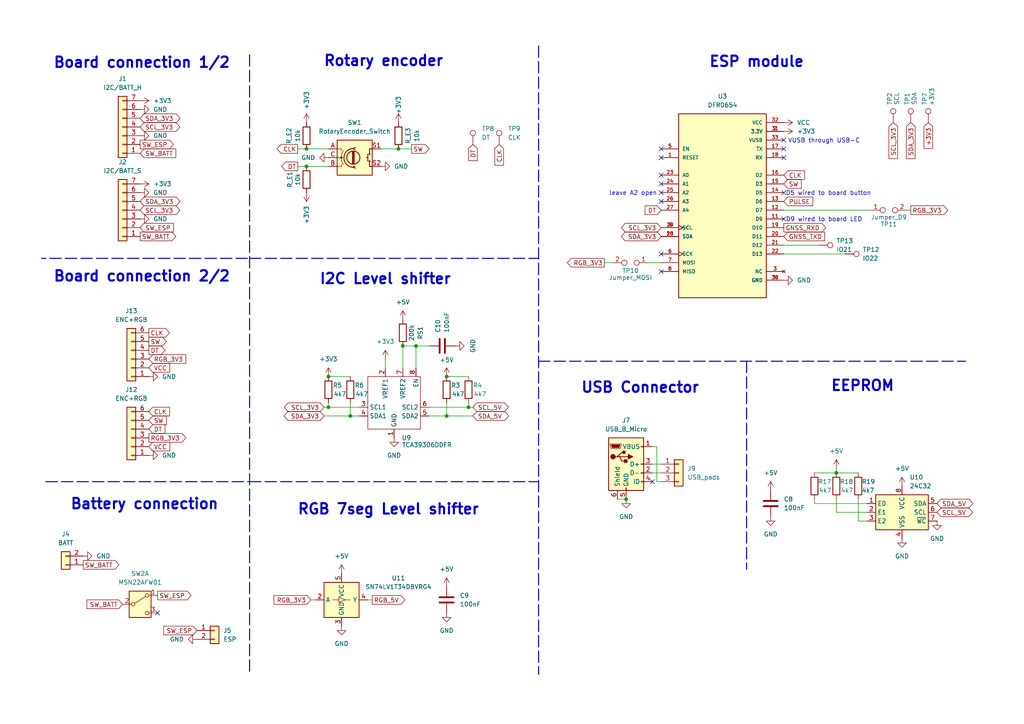
<source format=kicad_sch>
(kicad_sch (version 20231120) (generator "eeschema") (generator_version "8.0")
  (paper "A4")
  (title_block (title "GNSS_Geret") (rev "1"))
  (lib_symbols
    (symbol "Connector:TestPoint" (pin_numbers hide) (pin_names (offset 0.762) hide)
      (property "Reference" "TP" (at 0 6.858 0))
      (property "Value" "TestPoint" (at 0 5.08 0))
      (symbol "TestPoint_0_1"
        (circle (center 0 3.302) (radius 0.762))
      )
      (symbol "TestPoint_1_1"
        (pin passive line (at 0 0 90) (length 2.54) (name "1") (number "1"))
      )
    )
    (symbol "Connector:TestPoint_2Pole" (pin_names (offset 0.762) hide)
      (property "Reference" "TP" (at 0 1.524 0))
      (property "Value" "TestPoint_2Pole" (at 0 -1.778 0))
      (symbol "TestPoint_2Pole_0_1"
        (circle (center -1.778 0) (radius 0.762))
        (circle (center 1.778 0) (radius 0.762))
        (pin passive line (at -5.08 0 0) (length 2.54) (name "1") (number "1"))
        (pin passive line (at 5.08 0 180) (length 2.54) (name "2") (number "2"))
      )
    )
    (symbol "Connector:USB_B_Micro" (pin_names (offset 1.016))
      (property "Reference" "J" (at -5.08 11.43 0))
      (property "Value" "USB_B_Micro" (at -5.08 8.89 0))
      (symbol "USB_B_Micro_0_1"
        (rectangle (start -5.08 -7.62) (end 5.08 7.62) (stroke (width 0.254)) (fill (type background)))
        (circle (center -3.81 2.159) (radius 0.635) (stroke (width 0.254)) (fill (type outline)))
        (circle (center -0.635 3.429) (radius 0.381) (stroke (width 0.254)) (fill (type outline)))
        (rectangle (start -0.127 -7.62) (end 0.127 -6.858))
        (polyline (pts (xy -1.905 2.159) (xy 0.635 2.159)) (stroke (width 0.254)))
        (polyline (pts (xy -3.175 2.159) (xy -2.54 2.159) (xy -1.27 3.429) (xy -0.635 3.429)) (stroke (width 0.254)))
        (polyline (pts (xy -2.54 2.159) (xy -1.905 2.159) (xy -1.27 0.889) (xy 0 0.889)) (stroke (width 0.254)))
        (polyline (pts (xy 0.635 2.794) (xy 0.635 1.524) (xy 1.905 2.159) (xy 0.635 2.794)) (stroke (width 0.254)) (fill (type outline)))
        (polyline (pts (xy -4.318 5.588) (xy -1.778 5.588) (xy -2.032 4.826) (xy -4.064 4.826) (xy -4.318 5.588)) (fill (type outline)))
        (polyline (pts (xy -4.699 5.842) (xy -4.699 5.588) (xy -4.445 4.826) (xy -4.445 4.572) (xy -1.651 4.572) (xy -1.651 4.826) (xy -1.397 5.588) (xy -1.397 5.842) (xy -4.699 5.842)))
        (rectangle (start 0.254 1.27) (end -0.508 0.508) (stroke (width 0.254)) (fill (type outline)))
        (rectangle (start 5.08 -5.207) (end 4.318 -4.953))
        (rectangle (start 5.08 -2.667) (end 4.318 -2.413))
        (rectangle (start 5.08 -0.127) (end 4.318 0.127))
        (rectangle (start 5.08 4.953) (end 4.318 5.207))
      )
      (symbol "USB_B_Micro_1_1"
        (pin power_out line (at 7.62 5.08 180) (length 2.54) (name "VBUS") (number "1"))
        (pin bidirectional line (at 7.62 -2.54 180) (length 2.54) (name "D-") (number "2"))
        (pin bidirectional line (at 7.62 0 180) (length 2.54) (name "D+") (number "3"))
        (pin passive line (at 7.62 -5.08 180) (length 2.54) (name "ID") (number "4"))
        (pin power_out line (at 0 -10.16 90) (length 2.54) (name "GND") (number "5"))
        (pin passive line (at -2.54 -10.16 90) (length 2.54) (name "Shield") (number "6"))
      )
    )
    (symbol "Connector_Generic:Conn_01x02" (pin_names (offset 1.016) hide)
      (property "Reference" "J" (at 0 2.54 0))
      (property "Value" "Conn_01x02" (at 0 -5.08 0))
      (symbol "Conn_01x02_1_1"
        (rectangle (start -1.27 -2.413) (end 0 -2.667) (stroke (width 0.1524)))
        (rectangle (start -1.27 0.127) (end 0 -0.127) (stroke (width 0.1524)))
        (rectangle (start -1.27 1.27) (end 1.27 -3.81) (stroke (width 0.254)) (fill (type background)))
        (pin passive line (at -5.08 0 0) (length 3.81) (name "Pin_1") (number "1"))
        (pin passive line (at -5.08 -2.54 0) (length 3.81) (name "Pin_2") (number "2"))
      )
    )
    (symbol "Connector_Generic:Conn_01x03" (pin_names (offset 1.016) hide)
      (property "Reference" "J" (at 0 5.08 0))
      (property "Value" "Conn_01x03" (at 0 -5.08 0))
      (symbol "Conn_01x03_1_1"
        (rectangle (start -1.27 -2.413) (end 0 -2.667) (stroke (width 0.1524)))
        (rectangle (start -1.27 0.127) (end 0 -0.127) (stroke (width 0.1524)))
        (rectangle (start -1.27 2.667) (end 0 2.413) (stroke (width 0.1524)))
        (rectangle (start -1.27 3.81) (end 1.27 -3.81) (stroke (width 0.254)) (fill (type background)))
        (pin passive line (at -5.08 2.54 0) (length 3.81) (name "Pin_1") (number "1"))
        (pin passive line (at -5.08 0 0) (length 3.81) (name "Pin_2") (number "2"))
        (pin passive line (at -5.08 -2.54 0) (length 3.81) (name "Pin_3") (number "3"))
      )
    )
    (symbol "Connector_Generic:Conn_01x06" (pin_names (offset 1.016) hide)
      (property "Reference" "J" (at 0 7.62 0))
      (property "Value" "Conn_01x06" (at 0 -10.16 0))
      (symbol "Conn_01x06_1_1"
        (rectangle (start -1.27 -7.493) (end 0 -7.747) (stroke (width 0.1524)))
        (rectangle (start -1.27 -4.953) (end 0 -5.207) (stroke (width 0.1524)))
        (rectangle (start -1.27 -2.413) (end 0 -2.667) (stroke (width 0.1524)))
        (rectangle (start -1.27 0.127) (end 0 -0.127) (stroke (width 0.1524)))
        (rectangle (start -1.27 2.667) (end 0 2.413) (stroke (width 0.1524)))
        (rectangle (start -1.27 5.207) (end 0 4.953) (stroke (width 0.1524)))
        (rectangle (start -1.27 6.35) (end 1.27 -8.89) (stroke (width 0.254)) (fill (type background)))
        (pin passive line (at -5.08 5.08 0) (length 3.81) (name "Pin_1") (number "1"))
        (pin passive line (at -5.08 2.54 0) (length 3.81) (name "Pin_2") (number "2"))
        (pin passive line (at -5.08 0 0) (length 3.81) (name "Pin_3") (number "3"))
        (pin passive line (at -5.08 -2.54 0) (length 3.81) (name "Pin_4") (number "4"))
        (pin passive line (at -5.08 -5.08 0) (length 3.81) (name "Pin_5") (number "5"))
        (pin passive line (at -5.08 -7.62 0) (length 3.81) (name "Pin_6") (number "6"))
      )
    )
    (symbol "Connector_Generic:Conn_01x07" (pin_names (offset 1.016) hide)
      (property "Reference" "J" (at 0 10.16 0))
      (property "Value" "Conn_01x07" (at 0 -10.16 0))
      (symbol "Conn_01x07_1_1"
        (rectangle (start -1.27 -7.493) (end 0 -7.747) (stroke (width 0.1524)))
        (rectangle (start -1.27 -4.953) (end 0 -5.207) (stroke (width 0.1524)))
        (rectangle (start -1.27 -2.413) (end 0 -2.667) (stroke (width 0.1524)))
        (rectangle (start -1.27 0.127) (end 0 -0.127) (stroke (width 0.1524)))
        (rectangle (start -1.27 2.667) (end 0 2.413) (stroke (width 0.1524)))
        (rectangle (start -1.27 5.207) (end 0 4.953) (stroke (width 0.1524)))
        (rectangle (start -1.27 7.747) (end 0 7.493) (stroke (width 0.1524)))
        (rectangle (start -1.27 8.89) (end 1.27 -8.89) (stroke (width 0.254)) (fill (type background)))
        (pin passive line (at -5.08 7.62 0) (length 3.81) (name "Pin_1") (number "1"))
        (pin passive line (at -5.08 5.08 0) (length 3.81) (name "Pin_2") (number "2"))
        (pin passive line (at -5.08 2.54 0) (length 3.81) (name "Pin_3") (number "3"))
        (pin passive line (at -5.08 0 0) (length 3.81) (name "Pin_4") (number "4"))
        (pin passive line (at -5.08 -2.54 0) (length 3.81) (name "Pin_5") (number "5"))
        (pin passive line (at -5.08 -5.08 0) (length 3.81) (name "Pin_6") (number "6"))
        (pin passive line (at -5.08 -7.62 0) (length 3.81) (name "Pin_7") (number "7"))
      )
    )
    (symbol "DFR0654:DFR0654" (pin_names (offset 1.016))
      (property "Reference" "U" (at -12.7 26.162 0))
      (property "Value" "DFR0654" (at -12.7 -30.48 0))
      (symbol "DFR0654_0_0"
        (rectangle (start -12.7 -27.94) (end 12.7 25.4) (stroke (width 0.254)) (fill (type background)))
        (pin input line (at -17.78 12.7 0) (length 5.08) (name "RESET") (number "1"))
        (pin bidirectional line (at -17.78 -10.16 0) (length 5.08) (name "SDA") (number "10"))
        (pin bidirectional line (at 17.78 -5.08 180) (length 5.08) (name "D9") (number "11"))
        (pin bidirectional line (at 17.78 -2.54 180) (length 5.08) (name "D7") (number "12"))
        (pin bidirectional line (at 17.78 0 180) (length 5.08) (name "D6") (number "13"))
        (pin bidirectional line (at 17.78 2.54 180) (length 5.08) (name "D5") (number "14"))
        (pin bidirectional line (at 17.78 5.08 180) (length 5.08) (name "D3") (number "15"))
        (pin bidirectional line (at 17.78 7.62 180) (length 5.08) (name "D2") (number "16"))
        (pin output line (at 17.78 15.24 180) (length 5.08) (name "TX") (number "17"))
        (pin input line (at 17.78 12.7 180) (length 5.08) (name "RX") (number "18"))
        (pin bidirectional line (at 17.78 -7.62 180) (length 5.08) (name "D10") (number "19"))
        (pin power_in line (at 17.78 20.32 180) (length 5.08) (name "3.3V") (number "2"))
        (pin bidirectional line (at 17.78 -10.16 180) (length 5.08) (name "D11") (number "20"))
        (pin bidirectional line (at 17.78 -12.7 180) (length 5.08) (name "D12") (number "21"))
        (pin bidirectional line (at 17.78 -15.24 180) (length 5.08) (name "D13") (number "22"))
        (pin input line (at -17.78 7.62 0) (length 5.08) (name "A0") (number "23"))
        (pin input line (at -17.78 5.08 0) (length 5.08) (name "A1") (number "24"))
        (pin input line (at -17.78 2.54 0) (length 5.08) (name "A2") (number "25"))
        (pin input line (at -17.78 0 0) (length 5.08) (name "A3") (number "26"))
        (pin input line (at -17.78 -2.54 0) (length 5.08) (name "A4") (number "27"))
        (pin bidirectional line (at -17.78 -10.16 0) (length 5.08) (name "SDA") (number "28"))
        (pin input clock (at -17.78 -7.62 0) (length 5.08) (name "SCL") (number "29"))
        (pin no_connect line (at 17.78 -20.32 180) (length 5.08) (name "NC") (number "3"))
        (pin power_in line (at 17.78 -22.86 180) (length 5.08) (name "GND") (number "30"))
        (pin power_out line (at 17.78 20.32 180) (length 5.08) (name "3.3V") (number "31"))
        (pin power_out line (at 17.78 22.86 180) (length 5.08) (name "VCC") (number "32"))
        (pin power_in line (at 17.78 -22.86 180) (length 5.08) (name "GND") (number "4"))
        (pin input line (at -17.78 15.24 0) (length 5.08) (name "EN") (number "5"))
        (pin input clock (at -17.78 -15.24 0) (length 5.08) (name "SCK") (number "6"))
        (pin input line (at -17.78 -17.78 0) (length 5.08) (name "MOSI") (number "7"))
        (pin output line (at -17.78 -20.32 0) (length 5.08) (name "MISO") (number "8"))
        (pin input clock (at -17.78 -7.62 0) (length 5.08) (name "SCL") (number "9"))
      )
      (symbol "DFR0654_1_0"
        (pin power_in line (at 17.78 -22.86 180) (length 5.08) (name "GND") (number "34"))
      )
      (symbol "DFR0654_1_1"
        (pin power_in line (at 17.78 17.78 180) (length 5.08) (name "VUSB") (number "33"))
      )
    )
    (symbol "Device:C" (pin_numbers hide) (pin_names (offset 0.254))
      (property "Reference" "C" (at 0.635 2.54 0))
      (property "Value" "C" (at 0.635 -2.54 0))
      (symbol "C_0_1"
        (polyline (pts (xy -2.032 -0.762) (xy 2.032 -0.762)) (stroke (width 0.508)))
        (polyline (pts (xy -2.032 0.762) (xy 2.032 0.762)) (stroke (width 0.508)))
      )
      (symbol "C_1_1"
        (pin passive line (at 0 3.81 270) (length 2.794) (name "~") (number "1"))
        (pin passive line (at 0 -3.81 90) (length 2.794) (name "~") (number "2"))
      )
    )
    (symbol "Device:R" (pin_numbers hide) (pin_names (offset 0))
      (property "Reference" "R" (at 2.032 0 90))
      (property "Value" "R" (at 0 0 90))
      (symbol "R_0_1"
        (rectangle (start -1.016 -2.54) (end 1.016 2.54) (stroke (width 0.254)))
      )
      (symbol "R_1_1"
        (pin passive line (at 0 3.81 270) (length 1.27) (name "~") (number "1"))
        (pin passive line (at 0 -3.81 90) (length 1.27) (name "~") (number "2"))
      )
    )
    (symbol "Device:RotaryEncoder_Switch" (pin_names (offset 0.254) hide)
      (property "Reference" "SW" (at 0 6.604 0))
      (property "Value" "RotaryEncoder_Switch" (at 0 -6.604 0))
      (symbol "RotaryEncoder_Switch_0_1"
        (rectangle (start -5.08 5.08) (end 5.08 -5.08) (stroke (width 0.254)) (fill (type background)))
        (circle (center -3.81 0) (radius 0.254) (fill (type outline)))
        (circle (center -0.381 0) (radius 1.905) (stroke (width 0.254)))
        (arc (start -0.381 2.667) (mid -3.0988 -0.0635) (end -0.381 -2.794) (stroke (width 0.254)))
        (polyline (pts (xy -0.635 -1.778) (xy -0.635 1.778)) (stroke (width 0.254)))
        (polyline (pts (xy -0.381 -1.778) (xy -0.381 1.778)) (stroke (width 0.254)))
        (polyline (pts (xy -0.127 1.778) (xy -0.127 -1.778)) (stroke (width 0.254)))
        (polyline (pts (xy 3.81 0) (xy 3.429 0)) (stroke (width 0.254)))
        (polyline (pts (xy 3.81 1.016) (xy 3.81 -1.016)) (stroke (width 0.254)))
        (polyline (pts (xy -5.08 -2.54) (xy -3.81 -2.54) (xy -3.81 -2.032)))
        (polyline (pts (xy -5.08 2.54) (xy -3.81 2.54) (xy -3.81 2.032)))
        (polyline (pts (xy 0.254 -3.048) (xy -0.508 -2.794) (xy 0.127 -2.413)) (stroke (width 0.254)))
        (polyline (pts (xy 0.254 2.921) (xy -0.508 2.667) (xy 0.127 2.286)) (stroke (width 0.254)))
        (polyline (pts (xy 5.08 -2.54) (xy 4.318 -2.54) (xy 4.318 -1.016)) (stroke (width 0.254)))
        (polyline (pts (xy 5.08 2.54) (xy 4.318 2.54) (xy 4.318 1.016)) (stroke (width 0.254)))
        (polyline (pts (xy -5.08 0) (xy -3.81 0) (xy -3.81 -1.016) (xy -3.302 -2.032)))
        (polyline (pts (xy -4.318 0) (xy -3.81 0) (xy -3.81 1.016) (xy -3.302 2.032)))
        (circle (center 4.318 -1.016) (radius 0.127) (stroke (width 0.254)))
        (circle (center 4.318 1.016) (radius 0.127) (stroke (width 0.254)))
      )
      (symbol "RotaryEncoder_Switch_1_1"
        (pin passive line (at -7.62 2.54 0) (length 2.54) (name "A") (number "A"))
        (pin passive line (at -7.62 -2.54 0) (length 2.54) (name "B") (number "B"))
        (pin passive line (at -7.62 0 0) (length 2.54) (name "C") (number "C"))
        (pin passive line (at 7.62 2.54 180) (length 2.54) (name "S1") (number "S1"))
        (pin passive line (at 7.62 -2.54 180) (length 2.54) (name "S2") (number "S2"))
      )
    )
    (symbol "Logic_LevelTranslator:SN74LV1T34DBV"
      (property "Reference" "U" (at 5.08 6.35 0))
      (property "Value" "SN74LV1T34DBV" (at 5.08 3.81 0))
      (symbol "SN74LV1T34DBV_0_1"
        (rectangle (start -5.08 5.08) (end 5.08 -5.08) (stroke (width 0.254)) (fill (type background)))
        (polyline (pts (xy -0.762 0) (xy -2.54 0)))
        (polyline (pts (xy 1.016 0) (xy 2.54 0)))
      )
      (symbol "SN74LV1T34DBV_1_1"
        (polyline (pts (xy -0.762 -0.762) (xy -0.762 0.762) (xy 1.016 0) (xy -0.762 -0.762)))
        (pin no_connect line (at -5.08 2.54 0) (length 2.54) hide (name "NC") (number "1"))
        (pin input line (at -7.62 0 0) (length 2.54) (name "A") (number "2"))
        (pin power_in line (at 0 -7.62 90) (length 2.54) (name "GND") (number "3"))
        (pin output line (at 7.62 0 180) (length 2.54) (name "Y") (number "4"))
        (pin power_in line (at 0 7.62 270) (length 2.54) (name "VCC") (number "5"))
      )
    )
    (symbol "Memory_EEPROM:M24C01-FMN"
      (property "Reference" "U" (at -6.35 6.35 0))
      (property "Value" "M24C01-FMN" (at 7.62 6.35 0))
      (symbol "M24C01-FMN_0_1"
        (rectangle (start -7.62 5.08) (end 7.62 -5.08) (stroke (width 0.254)) (fill (type background)))
      )
      (symbol "M24C01-FMN_1_1"
        (pin input line (at -10.16 2.54 0) (length 2.54) (name "E0") (number "1"))
        (pin input line (at -10.16 0 0) (length 2.54) (name "E1") (number "2"))
        (pin input line (at -10.16 -2.54 0) (length 2.54) (name "E2") (number "3"))
        (pin power_in line (at 0 -7.62 90) (length 2.54) (name "VSS") (number "4"))
        (pin bidirectional line (at 10.16 2.54 180) (length 2.54) (name "SDA") (number "5"))
        (pin input line (at 10.16 0 180) (length 2.54) (name "SCL") (number "6"))
        (pin input line (at 10.16 -2.54 180) (length 2.54) (name "~{WC}") (number "7"))
        (pin power_in line (at 0 7.62 270) (length 2.54) (name "VCC") (number "8"))
      )
    )
    (symbol "Switch:SW_DPDT_x2" (pin_names (offset 0) hide)
      (property "Reference" "SW" (at 0 5.08 0))
      (property "Value" "SW_DPDT_x2" (at 0 -5.08 0))
      (symbol "SW_DPDT_x2_0_0"
        (circle (center -2.032 0) (radius 0.508))
        (circle (center 2.032 -2.54) (radius 0.508))
      )
      (symbol "SW_DPDT_x2_0_1"
        (rectangle (start -3.175 3.81) (end 3.175 -3.81) (stroke (width 0.254)) (fill (type background)))
        (polyline (pts (xy -1.524 0.254) (xy 1.5748 2.286)))
        (circle (center 2.032 2.54) (radius 0.508))
      )
      (symbol "SW_DPDT_x2_1_1"
        (pin passive line (at 5.08 2.54 180) (length 2.54) (name "A") (number "1"))
        (pin passive line (at -5.08 0 0) (length 2.54) (name "B") (number "2"))
        (pin passive line (at 5.08 -2.54 180) (length 2.54) (name "C") (number "3"))
      )
      (symbol "SW_DPDT_x2_2_1"
        (pin passive line (at 5.08 2.54 180) (length 2.54) (name "A") (number "4"))
        (pin passive line (at -5.08 0 0) (length 2.54) (name "B") (number "5"))
        (pin passive line (at 5.08 -2.54 180) (length 2.54) (name "C") (number "6"))
      )
    )
    (symbol "power:+3V3" (power) (pin_numbers hide) (pin_names (offset 0) hide)
      (property "Value" "+3V3" (at 0 3.556 0))
      (symbol "+3V3_0_1"
        (polyline (pts (xy -0.762 1.27) (xy 0 2.54)))
        (polyline (pts (xy 0 0) (xy 0 2.54)))
        (polyline (pts (xy 0 2.54) (xy 0.762 1.27)))
      )
      (symbol "+3V3_1_1"
        (pin power_in line (at 0 0 90) (length 0) (name "~") (number "1"))
      )
    )
    (symbol "power:+5V" (power) (pin_numbers hide) (pin_names (offset 0) hide)
      (property "Value" "+5V" (at 0 3.556 0))
      (symbol "+5V_0_1"
        (polyline (pts (xy -0.762 1.27) (xy 0 2.54)))
        (polyline (pts (xy 0 0) (xy 0 2.54)))
        (polyline (pts (xy 0 2.54) (xy 0.762 1.27)))
      )
      (symbol "+5V_1_1"
        (pin power_in line (at 0 0 90) (length 0) (name "~") (number "1"))
      )
    )
    (symbol "power:GND" (power) (pin_numbers hide) (pin_names (offset 0) hide)
      (property "Value" "GND" (at 0 -3.81 0))
      (symbol "GND_0_1"
        (polyline (pts (xy 0 0) (xy 0 -1.27) (xy 1.27 -1.27) (xy 0 -2.54) (xy -1.27 -1.27) (xy 0 -1.27)))
      )
      (symbol "GND_1_1"
        (pin power_in line (at 0 0 270) (length 0) (name "~") (number "1"))
      )
    )
    (symbol "power:VCC" (power) (pin_numbers hide) (pin_names (offset 0) hide)
      (property "Value" "VCC" (at 0 3.556 0))
      (symbol "VCC_0_1"
        (polyline (pts (xy -0.762 1.27) (xy 0 2.54)))
        (polyline (pts (xy 0 0) (xy 0 2.54)))
        (polyline (pts (xy 0 2.54) (xy 0.762 1.27)))
      )
      (symbol "VCC_1_1"
        (pin power_in line (at 0 0 90) (length 0) (name "~") (number "1"))
      )
    )
    (symbol "shifter:TCA39306DCURQ1"
      (property "Reference" "U" (at 0 0 0))
      (symbol "TCA39306DCURQ1_0_1"
        (rectangle (start -7.62 7.62) (end 7.62 -7.62))
      )
      (symbol "TCA39306DCURQ1_1_1"
        (pin power_in line (at 0 -10.16 90) (length 2.54) (name "GND") (number "1"))
        (pin input line (at -2.54 10.16 270) (length 2.54) (name "VREF1") (number "2"))
        (pin input line (at -10.16 -1.27 0) (length 2.54) (name "SCL1") (number "3"))
        (pin input line (at -10.16 -3.81 0) (length 2.54) (name "SDA1") (number "4"))
        (pin input line (at 10.16 -3.81 180) (length 2.54) (name "SDA2") (number "5"))
        (pin input line (at 10.16 -1.27 180) (length 2.54) (name "SCL2") (number "6"))
        (pin input line (at 2.54 10.16 270) (length 2.54) (name "VREF2") (number "7"))
        (pin input line (at 6.35 10.16 270) (length 2.54) (name "EN") (number "8"))
      )
    )
  )
  (junction (at 101.6 120.65))
  (junction (at 242.57 137.16))
  (junction (at 129.54 120.65))
  (junction (at 135.89 118.11))
  (junction (at 95.25 118.11))
  (junction (at 115.57 43.18))
  (junction (at 181.61 144.78))
  (junction (at 129.54 109.22))
  (junction (at 95.25 109.22))
  (junction (at 88.9 48.26))
  (junction (at 120.65 100.33))
  (junction (at 116.84 100.33))
  (junction (at 88.9 43.18))
  (no_connect (at 191.77 43.18))
  (no_connect (at 191.77 55.88))
  (no_connect (at 189.23 139.7))
  (no_connect (at 191.77 58.42))
  (no_connect (at 191.77 50.8))
  (no_connect (at 191.77 73.66))
  (no_connect (at 191.77 78.74))
  (no_connect (at 227.33 55.88))
  (no_connect (at 191.77 45.72))
  (no_connect (at 45.72 177.8))
  (no_connect (at 227.33 63.5))
  (no_connect (at 227.33 45.72))
  (no_connect (at 191.77 53.34))
  (no_connect (at 227.33 40.64))
  (no_connect (at 227.33 43.18))
  (wire (pts (xy 115.57 43.18) (xy 110.49 43.18)))
  (polyline (pts (xy 71.755 74.93) (xy 12.065 74.93)) (stroke (width 0.3) (type dash)))
  (wire (pts (xy 189.23 137.16) (xy 191.77 137.16)))
  (wire (pts (xy 264.16 60.96) (xy 262.89 60.96)))
  (wire (pts (xy 124.46 118.11) (xy 135.89 118.11)))
  (wire (pts (xy 248.92 151.13) (xy 248.92 144.78)))
  (polyline (pts (xy 72.39 139.7) (xy 156.21 139.7)) (stroke (width 0.3) (type dash)))
  (wire (pts (xy 242.57 148.59) (xy 242.57 144.78)))
  (wire (pts (xy 190.5 129.54) (xy 189.23 129.54)))
  (polyline (pts (xy 13.335 139.7) (xy 72.39 139.7)) (stroke (width 0.3) (type dash)))
  (wire (pts (xy 242.57 135.89) (xy 242.57 137.16)))
  (wire (pts (xy 175.26 76.2) (xy 177.8 76.2)))
  (wire (pts (xy 95.25 118.11) (xy 104.14 118.11)))
  (wire (pts (xy 115.57 43.18) (xy 119.38 43.18)))
  (wire (pts (xy 101.6 120.65) (xy 104.14 120.65)))
  (wire (pts (xy 86.36 43.18) (xy 88.9 43.18)))
  (wire (pts (xy 191.77 76.2) (xy 187.96 76.2)))
  (wire (pts (xy 179.07 144.78) (xy 181.61 144.78)))
  (wire (pts (xy 236.22 137.16) (xy 242.57 137.16)))
  (wire (pts (xy 101.6 116.84) (xy 101.6 120.65)))
  (polyline (pts (xy 72.39 74.93) (xy 156.21 74.93)) (stroke (width 0.3) (type dash)))
  (polyline (pts (xy 156.21 13.335) (xy 156.21 195.58)) (stroke (width 0.3) (type dash)))
  (wire (pts (xy 251.46 151.13) (xy 248.92 151.13)))
  (wire (pts (xy 190.5 129.54) (xy 190.5 139.7)))
  (polyline (pts (xy 72.39 15.875) (xy 72.39 195.58)) (stroke (width 0.3) (type dash)))
  (wire (pts (xy 251.46 148.59) (xy 242.57 148.59)))
  (wire (pts (xy 93.98 118.11) (xy 95.25 118.11)))
  (wire (pts (xy 116.84 100.33) (xy 120.65 100.33)))
  (wire (pts (xy 137.16 120.65) (xy 129.54 120.65)))
  (wire (pts (xy 106.68 173.99) (xy 107.95 173.99)))
  (wire (pts (xy 137.16 118.11) (xy 135.89 118.11)))
  (wire (pts (xy 245.11 73.66) (xy 227.33 73.66)))
  (wire (pts (xy 93.98 120.65) (xy 101.6 120.65)))
  (wire (pts (xy 129.54 116.84) (xy 129.54 120.65)))
  (wire (pts (xy 95.25 48.26) (xy 88.9 48.26)))
  (wire (pts (xy 189.23 134.62) (xy 191.77 134.62)))
  (wire (pts (xy 251.46 146.05) (xy 236.22 146.05)))
  (wire (pts (xy 88.9 43.18) (xy 95.25 43.18)))
  (wire (pts (xy 242.57 137.16) (xy 248.92 137.16)))
  (wire (pts (xy 86.36 48.26) (xy 88.9 48.26)))
  (wire (pts (xy 90.17 173.99) (xy 91.44 173.99)))
  (wire (pts (xy 135.89 116.84) (xy 135.89 118.11)))
  (wire (pts (xy 120.65 100.33) (xy 120.65 106.68)))
  (wire (pts (xy 227.33 60.96) (xy 252.73 60.96)))
  (wire (pts (xy 190.5 139.7) (xy 191.77 139.7)))
  (wire (pts (xy 124.46 100.33) (xy 120.65 100.33)))
  (wire (pts (xy 129.54 109.22) (xy 135.89 109.22)))
  (wire (pts (xy 95.25 116.84) (xy 95.25 118.11)))
  (wire (pts (xy 236.22 146.05) (xy 236.22 144.78)))
  (polyline (pts (xy 156.21 104.775) (xy 280.035 104.775)) (stroke (width 0.3) (type dash)))
  (polyline (pts (xy 216.535 104.775) (xy 216.535 165.1)) (stroke (width 0.3) (type dash)))
  (wire (pts (xy 129.54 120.65) (xy 124.46 120.65)))
  (wire (pts (xy 95.25 109.22) (xy 101.6 109.22)))
  (wire (pts (xy 111.76 104.14) (xy 111.76 106.68)))
  (wire (pts (xy 116.84 100.33) (xy 116.84 106.68)))
  (wire (pts (xy 237.49 71.12) (xy 227.33 71.12)))
  (text "ESP module" (at 219.456 18.034 0) (effects (font (size 3 3) (bold yes))))
  (text "D9 wired to board LED\n" (at 239.014 63.754 0) (effects (font (size 1.27 1.27))))
  (text "EEPROM" (at 250.19 112.014 0) (effects (font (size 3 3) (bold yes))))
  (text "RGB 7seg Level shifter " (at 113.792 147.828 0) (effects (font (size 3 3) (bold yes))))
  (text "VUSB through USB-C" (at 239.014 40.894 0) (effects (font (size 1.27 1.27))))
  (text "USB Connector" (at 185.674 112.522 0) (effects (font (size 3 3) (bold yes))))
  (text "D5 wired to board button\n" (at 240.284 56.134 0) (effects (font (size 1.27 1.27))))
  (text "Board connection 2/2" (at 41.148 80.264 0) (effects (font (size 3 3) (bold yes))))
  (text "Battery connection" (at 41.91 146.304 0) (effects (font (size 3 3) (bold yes))))
  (text "leave A2 open\n\n" (at 183.642 57.15 0) (effects (font (size 1.27 1.27))))
  (text "I2C Level shifter" (at 111.76 81.026 0) (effects (font (size 3 3) (bold yes))))
  (text "Rotary encoder" (at 111.252 17.78 0) (effects (font (size 3 3) (bold yes))))
  (text "Board connection 1/2\n" (at 41.148 18.288 0) (effects (font (size 3 3) (bold yes))))
  (global_label "DT" (shape input) (at 43.18 124.46 0) (property "Intersheetrefs" "${INTERSHEET_REFS}" (effects (hide yes))))
  (global_label "SW_BATT" (shape output) (at 40.64 68.58 0) (property "Intersheetrefs" "${INTERSHEET_REFS}" (effects (hide yes))))
  (global_label "SCL_5V" (shape bidirectional) (at 271.78 148.59 0) (property "Intersheetrefs" "${INTERSHEET_REFS}" (effects (hide yes))))
  (global_label "RGB_3V3" (shape output) (at 264.16 60.96 0) (property "Intersheetrefs" "${INTERSHEET_REFS}" (effects (hide yes))))
  (global_label "SW_ESP" (shape output) (at 45.72 172.72 0) (property "Intersheetrefs" "${INTERSHEET_REFS}" (effects (hide yes))))
  (global_label "SCL_3V3" (shape bidirectional) (at 40.64 60.96 0) (property "Intersheetrefs" "${INTERSHEET_REFS}" (effects (hide yes))))
  (global_label "DT" (shape output) (at 86.36 48.26 180) (property "Intersheetrefs" "${INTERSHEET_REFS}" (effects (hide yes))))
  (global_label "DT" (shape input) (at 191.77 60.96 180) (property "Intersheetrefs" "${INTERSHEET_REFS}" (effects (hide yes))))
  (global_label "SCL_5V" (shape bidirectional) (at 137.16 118.11 0) (property "Intersheetrefs" "${INTERSHEET_REFS}" (effects (hide yes))))
  (global_label "PULSE" (shape input) (at 227.33 58.42 0) (property "Intersheetrefs" "${INTERSHEET_REFS}" (effects (hide yes))))
  (global_label "SW_BATT" (shape output) (at 24.13 163.83 0) (property "Intersheetrefs" "${INTERSHEET_REFS}" (effects (hide yes))))
  (global_label "CLK" (shape input) (at 43.18 119.38 0) (property "Intersheetrefs" "${INTERSHEET_REFS}" (effects (hide yes))))
  (global_label "SW_ESP" (shape input) (at 57.15 182.88 180) (property "Intersheetrefs" "${INTERSHEET_REFS}" (effects (hide yes))))
  (global_label "RGB_3V3" (shape output) (at 43.18 127 0) (property "Intersheetrefs" "${INTERSHEET_REFS}" (effects (hide yes))))
  (global_label "+3V3" (shape input) (at 269.24 35.56 270) (property "Intersheetrefs" "${INTERSHEET_REFS}" (effects (hide yes))))
  (global_label "SW_BATT" (shape input) (at 40.64 44.45 0) (property "Intersheetrefs" "${INTERSHEET_REFS}" (effects (hide yes))))
  (global_label "RGB_3V3" (shape input) (at 43.18 104.14 0) (property "Intersheetrefs" "${INTERSHEET_REFS}" (effects (hide yes))))
  (global_label "SCL_3V3" (shape bidirectional) (at 191.77 66.04 180) (property "Intersheetrefs" "${INTERSHEET_REFS}" (effects (hide yes))))
  (global_label "VCC" (shape input) (at 43.18 106.68 0) (property "Intersheetrefs" "${INTERSHEET_REFS}" (effects (hide yes))))
  (global_label "RGB_3V3" (shape output) (at 175.26 76.2 180) (property "Intersheetrefs" "${INTERSHEET_REFS}" (effects (hide yes))))
  (global_label "CLK" (shape output) (at 86.36 43.18 180) (property "Intersheetrefs" "${INTERSHEET_REFS}" (effects (hide yes))))
  (global_label "SDA_3V3" (shape bidirectional) (at 93.98 120.65 180) (property "Intersheetrefs" "${INTERSHEET_REFS}" (effects (hide yes))))
  (global_label "GNSS_RXD" (shape output) (at 227.33 66.04 0) (property "Intersheetrefs" "${INTERSHEET_REFS}" (effects (hide yes))))
  (global_label "SW" (shape input) (at 227.33 53.34 0) (property "Intersheetrefs" "${INTERSHEET_REFS}" (effects (hide yes))))
  (global_label "DT" (shape input) (at 137.16 41.91 270) (property "Intersheetrefs" "${INTERSHEET_REFS}" (effects (hide yes))))
  (global_label "RGB_3V3" (shape input) (at 90.17 173.99 180) (property "Intersheetrefs" "${INTERSHEET_REFS}" (effects (hide yes))))
  (global_label "SW_ESP" (shape output) (at 40.64 41.91 0) (property "Intersheetrefs" "${INTERSHEET_REFS}" (effects (hide yes))))
  (global_label "SW_BATT" (shape input) (at 35.56 175.26 180) (property "Intersheetrefs" "${INTERSHEET_REFS}" (effects (hide yes))))
  (global_label "DT" (shape output) (at 43.18 101.6 0) (property "Intersheetrefs" "${INTERSHEET_REFS}" (effects (hide yes))))
  (global_label "SCL_3V3" (shape bidirectional) (at 40.64 36.83 0) (property "Intersheetrefs" "${INTERSHEET_REFS}" (effects (hide yes))))
  (global_label "SDA_5V" (shape bidirectional) (at 271.78 146.05 0) (property "Intersheetrefs" "${INTERSHEET_REFS}" (effects (hide yes))))
  (global_label "SW" (shape output) (at 43.18 99.06 0) (property "Intersheetrefs" "${INTERSHEET_REFS}" (effects (hide yes))))
  (global_label "SW" (shape input) (at 43.18 121.92 0) (property "Intersheetrefs" "${INTERSHEET_REFS}" (effects (hide yes))))
  (global_label "RGB_5V" (shape output) (at 107.95 173.99 0) (property "Intersheetrefs" "${INTERSHEET_REFS}" (effects (hide yes))))
  (global_label "SCL_3V3" (shape bidirectional) (at 93.98 118.11 180) (property "Intersheetrefs" "${INTERSHEET_REFS}" (effects (hide yes))))
  (global_label "SDA_3V3" (shape bidirectional) (at 40.64 58.42 0) (property "Intersheetrefs" "${INTERSHEET_REFS}" (effects (hide yes))))
  (global_label "SCL_3V3" (shape input) (at 259.08 35.56 270) (property "Intersheetrefs" "${INTERSHEET_REFS}" (effects (hide yes))))
  (global_label "CLK" (shape input) (at 144.78 41.91 270) (property "Intersheetrefs" "${INTERSHEET_REFS}" (effects (hide yes))))
  (global_label "CLK" (shape input) (at 227.33 50.8 0) (property "Intersheetrefs" "${INTERSHEET_REFS}" (effects (hide yes))))
  (global_label "GNSS_TXD" (shape input) (at 227.33 68.58 0) (property "Intersheetrefs" "${INTERSHEET_REFS}" (effects (hide yes))))
  (global_label "SDA_3V3" (shape bidirectional) (at 40.64 34.29 0) (property "Intersheetrefs" "${INTERSHEET_REFS}" (effects (hide yes))))
  (global_label "SW_ESP" (shape input) (at 40.64 66.04 0) (property "Intersheetrefs" "${INTERSHEET_REFS}" (effects (hide yes))))
  (global_label "SDA_3V3" (shape input) (at 264.16 35.56 270) (property "Intersheetrefs" "${INTERSHEET_REFS}" (effects (hide yes))))
  (global_label "VCC" (shape input) (at 43.18 129.54 0) (property "Intersheetrefs" "${INTERSHEET_REFS}" (effects (hide yes))))
  (global_label "CLK" (shape output) (at 43.18 96.52 0) (property "Intersheetrefs" "${INTERSHEET_REFS}" (effects (hide yes))))
  (global_label "SW" (shape output) (at 119.38 43.18 0) (property "Intersheetrefs" "${INTERSHEET_REFS}" (effects (hide yes))))
  (global_label "SDA_5V" (shape bidirectional) (at 137.16 120.65 0) (property "Intersheetrefs" "${INTERSHEET_REFS}" (effects (hide yes))))
  (global_label "SDA_3V3" (shape bidirectional) (at 191.77 68.58 180) (property "Intersheetrefs" "${INTERSHEET_REFS}" (effects (hide yes))))
  (symbol (lib_id "DFR0654:DFR0654") (at 209.55 58.42 0) (unit 1)
    (property "Reference" "U3" (at 209.55 27.94 0))
    (property "Value" "DFR0654" (at 209.55 30.48 0))
    (property "Footprint" "DFR0654:DFR0654_2" (effects (hide yes)))
    (property "Datasheet" "https://wiki.dfrobot.com/FireBeetle_Board_ESP32_E_SKU_DFR0654" (effects (hide yes)))
    (property "Description" "ESP32 ESP32-E Transceiver; 802.11 b/g/n/d/e/i/k/r (Wi-Fi, WiFi, WLAN), Bluetooth® Smart 4.x Low Energy (BLE) 2.4GHz ~ 2.5GHz Evaluation Board" (effects (hide yes)))
    (property "MF" "DFRobot" (effects (hide yes)))
    (property "Package" "None" (effects (hide yes)))
    (property "Price" "None" (effects (hide yes)))
    (property "Check_prices" "https://www.snapeda.com/parts/DFR0654/DFRobot/view-part/?ref=eda" (effects (hide yes)))
    (property "STANDARD" "Manufacturer Recommendations" (effects (hide yes)))
    (property "SnapEDA_Link" "https://www.snapeda.com/parts/DFR0654/DFRobot/view-part/?ref=snap" (effects (hide yes)))
    (property "MP" "DFR0654" (effects (hide yes)))
    (property "Purchase-URL" "https://www.snapeda.com/api/url_track_click_mouser/?unipart_id=6027324&manufacturer=DFRobot&part_name=DFR0654&search_term=None" (effects (hide yes)))
    (property "Availability" "In Stock" (effects (hide yes)))
    (property "MANUFACTURER" "DFRobot" (effects (hide yes)))
    (property "Description_1" "\nESP32 ESP32-E Transceiver; 802.11 b/g/n/d/e/i/k/r (Wi-Fi, WiFi, WLAN), Bluetooth® Smart 4.x Low Energy (BLE) 2.4GHz ~ 2.5GHz Evaluation Board\n" (effects (hide yes)))
  )
  (symbol (lib_id "Memory_EEPROM:M24C01-FMN") (at 261.62 148.59 0) (unit 1)
    (property "Reference" "U10" (at 263.8141 138.43 0) (effects (justify left)))
    (property "Value" "24C32" (at 263.8141 140.97 0) (effects (justify left)))
    (property "Footprint" "Package_SO:SOIC-8_3.9x4.9mm_P1.27mm" (effects (hide yes)))
    (property "Datasheet" "https://cz.mouser.com/datasheet/2/308/1/CAV24C32_D-2310355.pdf" (effects (hide yes)))
    (property "Description" "1Kb (128x8) I2C Serial EEPROM, 1.6-5.5V, SOIC-8" (effects (hide yes)))
  )
  (symbol (lib_id "power:GND") (at 181.61 144.78 0) (unit 1)
    (property "Reference" "#PWR058" (effects (hide yes)))
    (property "Value" "GND" (at 181.61 149.86 0))
    (property "Description" "Power symbol creates a global label with name \"GND\" , ground" (effects (hide yes)))
  )
  (symbol (lib_id "power:VCC") (at 227.33 35.56 270) (unit 1)
    (property "Reference" "#PWR05" (effects (hide yes)))
    (property "Value" "VCC" (at 231.14 35.5599 90) (effects (justify left)))
    (property "Description" "Power symbol creates a global label with name \"VCC\"" (effects (hide yes)))
  )
  (symbol (lib_id "Connector:TestPoint") (at 137.16 41.91 0) (unit 1)
    (property "Reference" "TP8" (at 139.7 37.3379 0) (effects (justify left)))
    (property "Value" "DT" (at 139.7 39.8779 0) (effects (justify left)))
    (property "Footprint" "TestPoint:TestPoint_Loop_D1.80mm_Drill1.0mm_Beaded" (effects (hide yes)))
    (property "Description" "test point" (effects (hide yes)))
  )
  (symbol (lib_id "power:GND") (at 110.49 48.26 90) (unit 1)
    (property "Reference" "#PWR030" (effects (hide yes)))
    (property "Value" "GND" (at 114.3 48.2599 90) (effects (justify right)))
    (property "Description" "Power symbol creates a global label with name \"GND\" , ground" (effects (hide yes)))
  )
  (symbol (lib_id "power:+5V") (at 129.54 170.18 0) (unit 1)
    (property "Reference" "#PWR054" (effects (hide yes)))
    (property "Value" "+5V" (at 129.54 165.1 0))
    (property "Description" "Power symbol creates a global label with name \"+5V\"" (effects (hide yes)))
  )
  (symbol (lib_id "power:+5V") (at 129.54 109.22 0) (unit 1)
    (property "Reference" "#PWR048" (effects (hide yes)))
    (property "Value" "+5V" (at 129.54 104.394 0))
    (property "Description" "Power symbol creates a global label with name \"+5V\"" (effects (hide yes)))
  )
  (symbol (lib_id "Device:R") (at 242.57 140.97 0) (unit 1)
    (property "Reference" "R18" (at 243.586 139.7 0) (effects (justify left)))
    (property "Value" "4k7" (at 243.84 142.24 0) (effects (justify left)))
    (property "Footprint" "Resistor_SMD:R_0805_2012Metric_Pad1.20x1.40mm_HandSolder" (effects (hide yes)))
    (property "Description" "Resistor" (effects (hide yes)))
  )
  (symbol (lib_id "Logic_LevelTranslator:SN74LV1T34DBV") (at 99.06 173.99 0) (unit 1)
    (property "Reference" "U11" (at 115.57 167.6714 0))
    (property "Value" "SN74LV1T34DBVRG4" (at 115.57 170.2114 0))
    (property "Footprint" "Package_TO_SOT_SMD:SOT-23-5" (effects (hide yes)))
    (property "Datasheet" "https://www.ti.com/lit/ds/symlink/sn74lv1t34.pdf" (effects (hide yes)))
    (property "Description" "Single Power Supply, Single Buffer GATE, CMOS Logic, Level Shifter, SOT-23-5" (effects (hide yes)))
  )
  (symbol (lib_id "power:+3V3") (at 40.64 53.34 270) (unit 1)
    (property "Reference" "#PWR013" (effects (hide yes)))
    (property "Value" "+3V3" (at 44.45 53.3399 90) (effects (justify left)))
    (property "Description" "Power symbol creates a global label with name \"+3V3\"" (effects (hide yes)))
  )
  (symbol (lib_id "power:+3V3") (at 111.76 104.14 0) (unit 1)
    (property "Reference" "#PWR046" (effects (hide yes)))
    (property "Value" "+3V3" (at 111.76 99.06 0))
    (property "Description" "Power symbol creates a global label with name \"+3V3\"" (effects (hide yes)))
  )
  (symbol (lib_id "Connector:TestPoint") (at 264.16 35.56 0) (unit 1)
    (property "Reference" "TP1" (at 263.144 30.48 90) (effects (justify left)))
    (property "Value" "SDA" (at 265.176 30.48 90) (effects (justify left)))
    (property "Footprint" "TestPoint:TestPoint_Loop_D1.80mm_Drill1.0mm_Beaded" (effects (hide yes)))
    (property "Description" "test point" (effects (hide yes)))
  )
  (symbol (lib_id "Connector_Generic:Conn_01x06") (at 38.1 104.14 180) (unit 1)
    (property "Reference" "J13" (at 38.1 90.17 0))
    (property "Value" "ENC+RGB" (at 38.1 92.71 0))
    (property "Footprint" "Connector_PinHeader_2.54mm:PinHeader_1x06_P2.54mm_Vertical" (effects (hide yes)))
    (property "Description" "Generic connector, single row, 01x06, script generated (kicad-library-utils/schlib/autogen/connector/)" (effects (hide yes)))
  )
  (symbol (lib_id "Device:R") (at 116.84 96.52 0) (unit 1)
    (property "Reference" "RS1" (at 121.92 96.52 90))
    (property "Value" "200k" (at 119.38 96.52 90))
    (property "Footprint" "Resistor_SMD:R_0805_2012Metric_Pad1.20x1.40mm_HandSolder" (effects (hide yes)))
    (property "Description" "Resistor" (effects (hide yes)))
  )
  (symbol (lib_id "Connector_Generic:Conn_01x02") (at 62.23 182.88 0) (unit 1)
    (property "Reference" "J5" (at 64.77 182.8799 0) (effects (justify left)))
    (property "Value" "ESP" (at 64.77 185.4199 0) (effects (justify left)))
    (property "Footprint" "Connector_PinSocket_2.54mm:PinSocket_1x02_P2.54mm_Vertical" (effects (hide yes)))
    (property "Description" "Generic connector, single row, 01x02, script generated (kicad-library-utils/schlib/autogen/connector/)" (effects (hide yes)))
  )
  (symbol (lib_id "power:GND") (at 114.3 127 0) (unit 1)
    (property "Reference" "#PWR052" (effects (hide yes)))
    (property "Value" "GND" (at 114.3 132.08 0))
    (property "Description" "Power symbol creates a global label with name \"GND\" , ground" (effects (hide yes)))
  )
  (symbol (lib_id "power:GND") (at 40.64 63.5 90) (unit 1)
    (property "Reference" "#PWR051" (effects (hide yes)))
    (property "Value" "GND" (at 44.45 63.4999 90) (effects (justify right)))
    (property "Description" "Power symbol creates a global label with name \"GND\" , ground" (effects (hide yes)))
  )
  (symbol (lib_id "power:+3V3") (at 227.33 38.1 270) (unit 1)
    (property "Reference" "#PWR016" (effects (hide yes)))
    (property "Value" "+3V3" (at 231.14 38.0999 90) (effects (justify left)))
    (property "Description" "Power symbol creates a global label with name \"+3V3\"" (effects (hide yes)))
  )
  (symbol (lib_id "Connector:TestPoint") (at 237.49 71.12 270) (unit 1)
    (property "Reference" "TP13" (at 242.57 69.8499 90) (effects (justify left)))
    (property "Value" "IO21" (at 242.57 72.3899 90) (effects (justify left)))
    (property "Footprint" "TestPoint:TestPoint_Loop_D1.80mm_Drill1.0mm_Beaded" (effects (hide yes)))
    (property "Description" "test point" (effects (hide yes)))
  )
  (symbol (lib_id "power:GND") (at 43.18 109.22 90) (unit 1)
    (property "Reference" "#PWR049" (effects (hide yes)))
    (property "Value" "GND" (at 46.99 109.2199 90) (effects (justify right)))
    (property "Description" "Power symbol creates a global label with name \"GND\" , ground" (effects (hide yes)))
  )
  (symbol (lib_id "power:GND") (at 95.25 45.72 270) (unit 1)
    (property "Reference" "#PWR029" (effects (hide yes)))
    (property "Value" "GND" (at 91.44 45.7199 90) (effects (justify right)))
    (property "Description" "Power symbol creates a global label with name \"GND\" , ground" (effects (hide yes)))
  )
  (symbol (lib_id "power:GND") (at 129.54 177.8 0) (unit 1)
    (property "Reference" "#PWR057" (effects (hide yes)))
    (property "Value" "GND" (at 129.54 182.88 0))
    (property "Description" "Power symbol creates a global label with name \"GND\" , ground" (effects (hide yes)))
  )
  (symbol (lib_id "power:GND") (at 40.64 55.88 90) (unit 1)
    (property "Reference" "#PWR050" (effects (hide yes)))
    (property "Value" "GND" (at 44.45 55.8799 90) (effects (justify right)))
    (property "Description" "Power symbol creates a global label with name \"GND\" , ground" (effects (hide yes)))
  )
  (symbol (lib_id "power:GND") (at 43.18 132.08 90) (unit 1)
    (property "Reference" "#PWR034" (effects (hide yes)))
    (property "Value" "GND" (at 46.99 132.0799 90) (effects (justify right)))
    (property "Description" "Power symbol creates a global label with name \"GND\" , ground" (effects (hide yes)))
  )
  (symbol (lib_id "power:+5V") (at 99.06 166.37 0) (unit 1)
    (property "Reference" "#PWR053" (effects (hide yes)))
    (property "Value" "+5V" (at 99.06 161.29 0))
    (property "Description" "Power symbol creates a global label with name \"+5V\"" (effects (hide yes)))
  )
  (symbol (lib_id "power:+5V") (at 223.52 142.24 0) (unit 1)
    (property "Reference" "#PWR020" (effects (hide yes)))
    (property "Value" "+5V" (at 223.52 137.16 0))
    (property "Description" "Power symbol creates a global label with name \"+5V\"" (effects (hide yes)))
  )
  (symbol (lib_id "Device:R") (at 88.9 39.37 180) (unit 1)
    (property "Reference" "R_E2" (at 83.82 39.37 90))
    (property "Value" "10k" (at 86.36 39.37 90))
    (property "Footprint" "Resistor_SMD:R_0805_2012Metric_Pad1.20x1.40mm_HandSolder" (effects (hide yes)))
    (property "Description" "Resistor" (effects (hide yes)))
  )
  (symbol (lib_id "Device:RotaryEncoder_Switch") (at 102.87 45.72 0) (unit 1)
    (property "Reference" "SW1" (at 102.87 35.56 0))
    (property "Value" "RotaryEncoder_Switch" (at 102.87 38.1 0))
    (property "Footprint" "Rotary_Encoder:RotaryEncoder_20mm_WO_mount_holes" (effects (hide yes)))
    (property "Description" "Rotary encoder, dual channel, incremental quadrate outputs, with switch" (effects (hide yes)))
  )
  (symbol (lib_id "power:+3V3") (at 115.57 35.56 0) (unit 1)
    (property "Reference" "#PWR028" (effects (hide yes)))
    (property "Value" "+3V3" (at 115.57 30.48 90))
    (property "Description" "Power symbol creates a global label with name \"+3V3\"" (effects (hide yes)))
  )
  (symbol (lib_id "power:+3V3") (at 95.25 109.22 0) (unit 1)
    (property "Reference" "#PWR047" (effects (hide yes)))
    (property "Value" "+3V3" (at 95.25 104.14 0))
    (property "Description" "Power symbol creates a global label with name \"+3V3\"" (effects (hide yes)))
  )
  (symbol (lib_id "Device:R") (at 135.89 113.03 0) (unit 1)
    (property "Reference" "R4" (at 137.16 111.76 0) (effects (justify left)))
    (property "Value" "4k7" (at 137.414 114.3 0) (effects (justify left)))
    (property "Footprint" "Resistor_SMD:R_0805_2012Metric_Pad1.20x1.40mm_HandSolder" (effects (hide yes)))
    (property "Description" "Resistor" (effects (hide yes)))
  )
  (symbol (lib_id "Connector_Generic:Conn_01x02") (at 19.05 163.83 180) (unit 1)
    (property "Reference" "J4" (at 19.05 154.94 0))
    (property "Value" "BATT" (at 19.05 157.48 0))
    (property "Footprint" "1769:1769" (effects (hide yes)))
    (property "Description" "Generic connector, single row, 01x02, script generated (kicad-library-utils/schlib/autogen/connector/)" (effects (hide yes)))
  )
  (symbol (lib_id "Device:R") (at 248.92 140.97 0) (unit 1)
    (property "Reference" "R19" (at 249.936 139.7 0) (effects (justify left)))
    (property "Value" "4k7" (at 249.936 142.24 0) (effects (justify left)))
    (property "Footprint" "Resistor_SMD:R_0805_2012Metric_Pad1.20x1.40mm_HandSolder" (effects (hide yes)))
    (property "Description" "Resistor" (effects (hide yes)))
  )
  (symbol (lib_id "Connector_Generic:Conn_01x07") (at 35.56 36.83 180) (unit 1)
    (property "Reference" "J1" (at 35.56 22.86 0))
    (property "Value" "I2C/BATT_H" (at 35.56 25.4 0))
    (property "Footprint" "Connector_PinHeader_2.54mm:PinHeader_1x07_P2.54mm_Vertical" (effects (hide yes)))
    (property "Description" "Generic connector, single row, 01x07, script generated (kicad-library-utils/schlib/autogen/connector/)" (effects (hide yes)))
  )
  (symbol (lib_id "power:GND") (at 227.33 81.28 90) (unit 1)
    (property "Reference" "#PWR033" (effects (hide yes)))
    (property "Value" "GND" (at 231.14 81.2799 90) (effects (justify right)))
    (property "Description" "Power symbol creates a global label with name \"GND\" , ground" (effects (hide yes)))
  )
  (symbol (lib_id "power:+5V") (at 116.84 92.71 0) (unit 1)
    (property "Reference" "#PWR035" (effects (hide yes)))
    (property "Value" "+5V" (at 116.84 87.63 0))
    (property "Description" "Power symbol creates a global label with name \"+5V\"" (effects (hide yes)))
  )
  (symbol (lib_id "power:+3V3") (at 88.9 35.56 0) (unit 1)
    (property "Reference" "#PWR027" (effects (hide yes)))
    (property "Value" "+3V3" (at 88.8999 31.75 90) (effects (justify left)))
    (property "Description" "Power symbol creates a global label with name \"+3V3\"" (effects (hide yes)))
  )
  (symbol (lib_id "Connector:TestPoint") (at 269.24 35.56 0) (unit 1)
    (property "Reference" "TP7" (at 268.224 30.48 90) (effects (justify left)))
    (property "Value" "+3V3" (at 270.256 30.734 90) (effects (justify left)))
    (property "Footprint" "TestPoint:TestPoint_Loop_D1.80mm_Drill1.0mm_Beaded" (effects (hide yes)))
    (property "Description" "test point" (effects (hide yes)))
  )
  (symbol (lib_id "Connector:TestPoint") (at 259.08 35.56 0) (unit 1)
    (property "Reference" "TP2" (at 258.064 30.48 90) (effects (justify left)))
    (property "Value" "SCL" (at 260.096 30.48 90) (effects (justify left)))
    (property "Footprint" "TestPoint:TestPoint_Loop_D1.80mm_Drill1.0mm_Beaded" (effects (hide yes)))
    (property "Description" "test point" (effects (hide yes)))
  )
  (symbol (lib_id "Connector_Generic:Conn_01x06") (at 38.1 127 180) (unit 1)
    (property "Reference" "J12" (at 38.1 113.03 0))
    (property "Value" "ENC+RGB" (at 38.1 115.57 0))
    (property "Footprint" "Connector_PinSocket_2.54mm:PinSocket_1x06_P2.54mm_Vertical" (effects (hide yes)))
    (property "Description" "Generic connector, single row, 01x06, script generated (kicad-library-utils/schlib/autogen/connector/)" (effects (hide yes)))
  )
  (symbol (lib_id "power:+3V3") (at 40.64 29.21 270) (unit 1)
    (property "Reference" "#PWR07" (effects (hide yes)))
    (property "Value" "+3V3" (at 44.45 29.2099 90) (effects (justify left)))
    (property "Description" "Power symbol creates a global label with name \"+3V3\"" (effects (hide yes)))
  )
  (symbol (lib_id "Device:R") (at 88.9 52.07 0) (unit 1)
    (property "Reference" "R_E1" (at 84.074 52.07 90))
    (property "Value" "10k" (at 86.36 52.07 90))
    (property "Footprint" "Resistor_SMD:R_0805_2012Metric_Pad1.20x1.40mm_HandSolder" (effects (hide yes)))
    (property "Description" "Resistor" (effects (hide yes)))
  )
  (symbol (lib_id "power:GND") (at 57.15 185.42 270) (unit 1)
    (property "Reference" "#PWR018" (effects (hide yes)))
    (property "Value" "GND" (at 53.34 185.4199 90) (effects (justify right)))
    (property "Description" "Power symbol creates a global label with name \"GND\" , ground" (effects (hide yes)))
  )
  (symbol (lib_id "power:GND") (at 132.08 100.33 90) (unit 1)
    (property "Reference" "#PWR042" (effects (hide yes)))
    (property "Value" "GND" (at 137.16 100.33 0))
    (property "Description" "Power symbol creates a global label with name \"GND\" , ground" (effects (hide yes)))
  )
  (symbol (lib_id "Connector:USB_B_Micro") (at 181.61 134.62 0) (unit 1)
    (property "Reference" "J7" (at 181.61 121.92 0))
    (property "Value" "USB_B_Micro" (at 181.61 124.46 0))
    (property "Footprint" "KiCad:USB3145301A" (effects (hide yes)))
    (property "Datasheet" "https://cz.mouser.com/datasheet/2/837/USB3145-2888215.pdf" (effects (hide yes)))
    (property "Description" "USB Micro Type B connector" (effects (hide yes)))
  )
  (symbol (lib_id "Device:R") (at 101.6 113.03 0) (unit 1)
    (property "Reference" "R6" (at 102.87 111.76 0) (effects (justify left)))
    (property "Value" "4k7" (at 103.124 114.3 0) (effects (justify left)))
    (property "Footprint" "Resistor_SMD:R_0805_2012Metric_Pad1.20x1.40mm_HandSolder" (effects (hide yes)))
    (property "Description" "Resistor" (effects (hide yes)))
  )
  (symbol (lib_id "Switch:SW_DPDT_x2") (at 40.64 175.26 0) (unit 1)
    (property "Reference" "SW2" (at 40.64 166.37 0))
    (property "Value" "MSN22AFW01" (at 40.64 168.91 0))
    (property "Footprint" "Button_Switch_THT:MSN22AFW01" (effects (hide yes)))
    (property "Datasheet" "https://cz.mouser.com/datasheet/2/295/MSN_SlidesNonillum_DP-3450118.pdf" (effects (hide yes)))
    (property "Description" "Switch, dual pole double throw, separate symbols" (effects (hide yes)))
  )
  (symbol (lib_id "power:+5V") (at 261.62 140.97 0) (unit 1)
    (property "Reference" "#PWR02" (effects (hide yes)))
    (property "Value" "+5V" (at 261.62 135.89 0))
    (property "Description" "Power symbol creates a global label with name \"+5V\"" (effects (hide yes)))
  )
  (symbol (lib_id "Device:C") (at 129.54 173.99 180) (unit 1)
    (property "Reference" "C9" (at 133.35 172.7199 0) (effects (justify right)))
    (property "Value" "100nF" (at 133.35 175.2599 0) (effects (justify right)))
    (property "Footprint" "Capacitor_SMD:C_0805_2012Metric_Pad1.18x1.45mm_HandSolder" (effects (hide yes)))
    (property "Description" "Unpolarized capacitor" (effects (hide yes)))
  )
  (symbol (lib_id "power:GND") (at 223.52 149.86 0) (unit 1)
    (property "Reference" "#PWR032" (effects (hide yes)))
    (property "Value" "GND" (at 223.52 154.94 0))
    (property "Description" "Power symbol creates a global label with name \"GND\" , ground" (effects (hide yes)))
  )
  (symbol (lib_id "Device:R") (at 129.54 113.03 0) (unit 1)
    (property "Reference" "R3" (at 130.81 111.76 0) (effects (justify left)))
    (property "Value" "4k7" (at 131.064 114.3 0) (effects (justify left)))
    (property "Footprint" "Resistor_SMD:R_0805_2012Metric_Pad1.20x1.40mm_HandSolder" (effects (hide yes)))
    (property "Description" "Resistor" (effects (hide yes)))
  )
  (symbol (lib_id "power:GND") (at 99.06 181.61 0) (unit 1)
    (property "Reference" "#PWR059" (effects (hide yes)))
    (property "Value" "GND" (at 99.06 186.69 0))
    (property "Description" "Power symbol creates a global label with name \"GND\" , ground" (effects (hide yes)))
  )
  (symbol (lib_id "power:GND") (at 40.64 31.75 90) (unit 1)
    (property "Reference" "#PWR09" (effects (hide yes)))
    (property "Value" "GND" (at 44.45 31.7499 90) (effects (justify right)))
    (property "Description" "Power symbol creates a global label with name \"GND\" , ground" (effects (hide yes)))
  )
  (symbol (lib_id "power:GND") (at 271.78 151.13 0) (unit 1)
    (property "Reference" "#PWR055" (effects (hide yes)))
    (property "Value" "GND" (at 271.78 156.21 0))
    (property "Description" "Power symbol creates a global label with name \"GND\" , ground" (effects (hide yes)))
  )
  (symbol (lib_id "power:GND") (at 261.62 156.21 0) (unit 1)
    (property "Reference" "#PWR056" (effects (hide yes)))
    (property "Value" "GND" (at 261.62 161.29 0))
    (property "Description" "Power symbol creates a global label with name \"GND\" , ground" (effects (hide yes)))
  )
  (symbol (lib_id "power:+5V") (at 242.57 135.89 0) (unit 1)
    (property "Reference" "#PWR01" (effects (hide yes)))
    (property "Value" "+5V" (at 242.57 130.81 0))
    (property "Description" "Power symbol creates a global label with name \"+5V\"" (effects (hide yes)))
  )
  (symbol (lib_id "Device:R") (at 236.22 140.97 0) (unit 1)
    (property "Reference" "R17" (at 237.236 139.7 0) (effects (justify left)))
    (property "Value" "4k7" (at 237.49 142.24 0) (effects (justify left)))
    (property "Footprint" "Resistor_SMD:R_0805_2012Metric_Pad1.20x1.40mm_HandSolder" (effects (hide yes)))
    (property "Description" "Resistor" (effects (hide yes)))
  )
  (symbol (lib_id "power:GND") (at 40.64 39.37 90) (unit 1)
    (property "Reference" "#PWR012" (effects (hide yes)))
    (property "Value" "GND" (at 44.45 39.3699 90) (effects (justify right)))
    (property "Description" "Power symbol creates a global label with name \"GND\" , ground" (effects (hide yes)))
  )
  (symbol (lib_id "power:+3V3") (at 88.9 55.88 180) (unit 1)
    (property "Reference" "#PWR031" (effects (hide yes)))
    (property "Value" "+3V3" (at 88.9001 59.69 90) (effects (justify left)))
    (property "Description" "Power symbol creates a global label with name \"+3V3\"" (effects (hide yes)))
  )
  (symbol (lib_id "shifter:TCA39306DCURQ1") (at 114.3 116.84 0) (unit 1)
    (property "Reference" "U9" (at 116.4941 127 0) (effects (justify left)))
    (property "Value" "TCA39306DDFR" (at 116.586 129.032 0) (effects (justify left)))
    (property "Footprint" "Package_TO_SOT_SMD:SOT-23-8" (effects (hide yes)))
    (property "Datasheet" "https://www.ti.com/lit/ds/symlink/tca39306.pdf?ts=1722116285835&ref_url=https%253A%252F%252Fwww.ti.com%252Fproduct%252Fde-de%252FTCA39306%253Fbm-verify%253DAAQAAAAJ_____8NuddBmZM9_x2OtL1gcjNNNyvvitNWTd5d4FRHbv75BSihvEh922J1BiKGiLsAUJwuYQVufykm4s-xW9glmGzU7CCjwqT99uUlaj9IP7tPMKZCJvdTxjIox2kLAyF6lGBCFw1PYoUh35i7YDJBmvN9n953Z1ak64cWU3F95KGPeQFYB2n0-m6Kp6TgfQn7Y9QSIdot2FXb7bAI7smZoBAv5Rcydjhmky6vNIfu2Ev7VtJ5vBjf5TxYtEkyB0qDAK0AmSw2sIhfe9GcupMu9hbsPcIUn8YstfCKQnNaXKs_QPb_j_84wuua8v-cIbkXjwV87LA" (effects (hide yes)))
  )
  (symbol (lib_id "power:GND") (at 24.13 161.29 90) (unit 1)
    (property "Reference" "#PWR017" (effects (hide yes)))
    (property "Value" "GND" (at 27.94 161.2899 90) (effects (justify right)))
    (property "Description" "Power symbol creates a global label with name \"GND\" , ground" (effects (hide yes)))
  )
  (symbol (lib_id "Connector_Generic:Conn_01x03") (at 196.85 137.16 0) (unit 1)
    (property "Reference" "J9" (at 199.39 135.8899 0) (effects (justify left)))
    (property "Value" "USB_pads" (at 199.39 138.4299 0) (effects (justify left)))
    (property "Footprint" "Connector_PinSocket_2.54mm:PinSocket_1x03_P2.54mm_Vertical" (effects (hide yes)))
    (property "Description" "Generic connector, single row, 01x03, script generated (kicad-library-utils/schlib/autogen/connector/)" (effects (hide yes)))
  )
  (symbol (lib_id "Connector:TestPoint") (at 144.78 41.91 0) (unit 1)
    (property "Reference" "TP9" (at 147.32 37.3379 0) (effects (justify left)))
    (property "Value" "CLK" (at 147.32 39.8779 0) (effects (justify left)))
    (property "Footprint" "TestPoint:TestPoint_Loop_D1.80mm_Drill1.0mm_Beaded" (effects (hide yes)))
    (property "Description" "test point" (effects (hide yes)))
  )
  (symbol (lib_id "Connector:TestPoint_2Pole") (at 257.81 60.96 0) (unit 1)
    (property "Reference" "TP11" (at 257.81 65.024 0))
    (property "Value" "Jumper_D9" (at 257.81 62.992 0))
    (property "Footprint" "Resistor_SMD:R_0805_2012Metric_Pad1.20x1.40mm_HandSolder" (effects (hide yes)))
    (property "Description" "2-polar test point" (effects (hide yes)))
  )
  (symbol (lib_id "Device:C") (at 223.52 146.05 180) (unit 1)
    (property "Reference" "C8" (at 227.33 144.7799 0) (effects (justify right)))
    (property "Value" "100nF" (at 227.33 147.3199 0) (effects (justify right)))
    (property "Footprint" "Capacitor_SMD:C_0805_2012Metric_Pad1.18x1.45mm_HandSolder" (effects (hide yes)))
    (property "Description" "Unpolarized capacitor" (effects (hide yes)))
  )
  (symbol (lib_id "Connector_Generic:Conn_01x07") (at 35.56 60.96 180) (unit 1)
    (property "Reference" "J2" (at 35.56 46.99 0))
    (property "Value" "I2C/BATT_S" (at 35.56 49.53 0))
    (property "Footprint" "Connector_PinSocket_2.54mm:PinSocket_1x07_P2.54mm_Vertical" (effects (hide yes)))
    (property "Description" "Generic connector, single row, 01x07, script generated (kicad-library-utils/schlib/autogen/connector/)" (effects (hide yes)))
  )
  (symbol (lib_id "Device:R") (at 95.25 113.03 0) (unit 1)
    (property "Reference" "R5" (at 96.52 111.76 0) (effects (justify left)))
    (property "Value" "4k7" (at 96.774 114.3 0) (effects (justify left)))
    (property "Footprint" "Resistor_SMD:R_0805_2012Metric_Pad1.20x1.40mm_HandSolder" (effects (hide yes)))
    (property "Description" "Resistor" (effects (hide yes)))
  )
  (symbol (lib_id "Connector:TestPoint_2Pole") (at 182.88 76.2 180) (unit 1)
    (property "Reference" "TP10" (at 182.88 78.486 0))
    (property "Value" "Jumper_MOSI" (at 182.88 80.518 0))
    (property "Footprint" "Resistor_SMD:R_0805_2012Metric_Pad1.20x1.40mm_HandSolder" (effects (hide yes)))
    (property "Description" "2-polar test point" (effects (hide yes)))
  )
  (symbol (lib_id "Connector:TestPoint") (at 245.11 73.66 270) (unit 1)
    (property "Reference" "TP12" (at 250.19 72.3899 90) (effects (justify left)))
    (property "Value" "IO22" (at 250.19 74.9299 90) (effects (justify left)))
    (property "Footprint" "TestPoint:TestPoint_Loop_D1.80mm_Drill1.0mm_Beaded" (effects (hide yes)))
    (property "Description" "test point" (effects (hide yes)))
  )
  (symbol (lib_id "Device:C") (at 128.27 100.33 270) (unit 1)
    (property "Reference" "C10" (at 126.9999 96.52 0) (effects (justify right)))
    (property "Value" "100nF" (at 129.5399 96.52 0) (effects (justify right)))
    (property "Footprint" "Capacitor_SMD:C_0805_2012Metric_Pad1.18x1.45mm_HandSolder" (effects (hide yes)))
    (property "Description" "Unpolarized capacitor" (effects (hide yes)))
  )
  (symbol (lib_id "Device:R") (at 115.57 39.37 180) (unit 1)
    (property "Reference" "R_E3" (at 118.364 39.37 90))
    (property "Value" "10k" (at 120.904 39.37 90))
    (property "Footprint" "Resistor_SMD:R_0805_2012Metric_Pad1.20x1.40mm_HandSolder" (effects (hide yes)))
    (property "Description" "Resistor" (effects (hide yes)))
  )
  (sheet (at -55.88 15.24) (size 38.1 20.32) (stroke (width 0.1524))
    (property "Sheetname" "GNSS" (at -55.88 14.5284 0) (effects (justify left bottom)))
    (property "Sheetfile" "ESP.kicad_sch" (at -55.88 36.1446 0) (effects (justify left top)))
  )
  (sheet (at -57.15 52.07) (size 38.1 21.59) (stroke (width 0.1524))
    (property "Sheetname" "Display" (at -57.15 51.3584 0) (effects (justify left bottom)))
    (property "Sheetfile" "Display.kicad_sch" (at -57.15 74.2446 0) (effects (justify left top)))
  )
)
</source>
